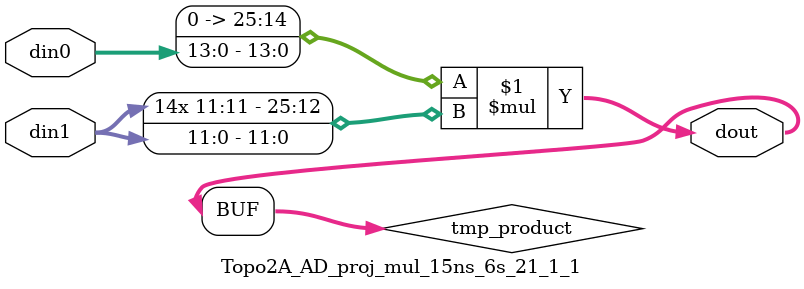
<source format=v>

`timescale 1 ns / 1 ps

 module Topo2A_AD_proj_mul_15ns_6s_21_1_1(din0, din1, dout);
parameter ID = 1;
parameter NUM_STAGE = 0;
parameter din0_WIDTH = 14;
parameter din1_WIDTH = 12;
parameter dout_WIDTH = 26;

input [din0_WIDTH - 1 : 0] din0; 
input [din1_WIDTH - 1 : 0] din1; 
output [dout_WIDTH - 1 : 0] dout;

wire signed [dout_WIDTH - 1 : 0] tmp_product;

























assign tmp_product = $signed({1'b0, din0}) * $signed(din1);










assign dout = tmp_product;





















endmodule

</source>
